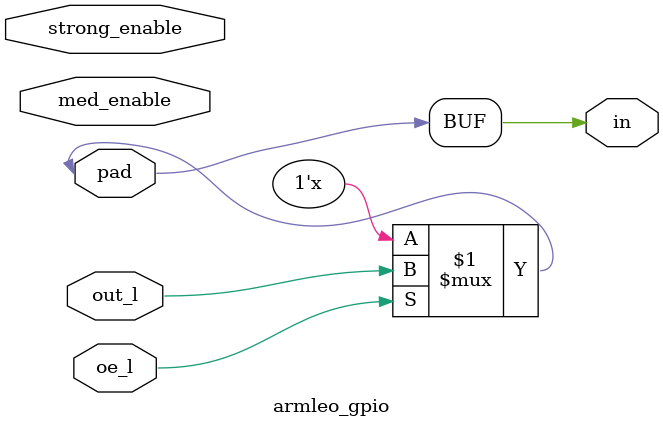
<source format=v>

module armleo_gpio(
    `ifdef USE_POWER_PINS
        inout vddio,
        inout vssio,
        inout vdd,
        inout vss,
    `endif
    
    inout pad,
    
    input med_enable,
    input strong_enable,
    
    input out_l,
    input oe_l,
    output in
);

assign pad = oe_l ? out_l : 1'bZ;
assign in = pad;

endmodule





</source>
